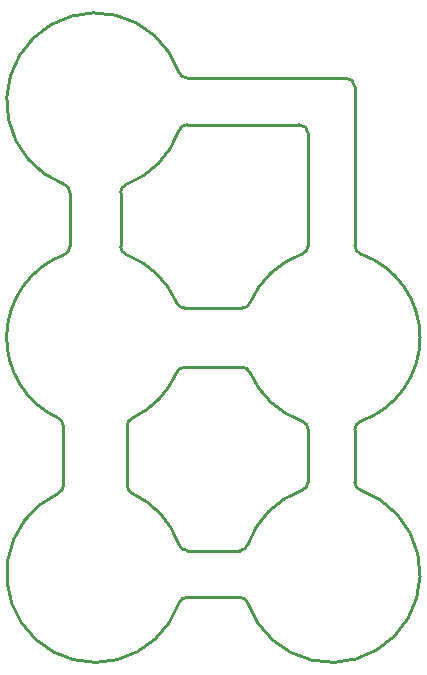
<source format=gbr>
%TF.GenerationSoftware,KiCad,Pcbnew,9.0.1*%
%TF.CreationDate,2025-04-11T17:48:53-04:00*%
%TF.ProjectId,IngestibleCapsule-Board_v2,496e6765-7374-4696-926c-654361707375,rev?*%
%TF.SameCoordinates,Original*%
%TF.FileFunction,Profile,NP*%
%FSLAX46Y46*%
G04 Gerber Fmt 4.6, Leading zero omitted, Abs format (unit mm)*
G04 Created by KiCad (PCBNEW 9.0.1) date 2025-04-11 17:48:53*
%MOMM*%
%LPD*%
G01*
G04 APERTURE LIST*
%TA.AperFunction,Profile*%
%ADD10C,0.250000*%
%TD*%
G04 APERTURE END LIST*
D10*
X87363636Y-87021366D02*
G75*
G02*
X97079062Y-77522727I2636364J7021366D01*
G01*
X111975000Y-107787000D02*
X111975000Y-112213032D01*
X108025000Y-112213000D02*
G75*
G02*
X107522717Y-112920910I-750000J0D01*
G01*
X97079062Y-122477273D02*
G75*
G02*
X86863636Y-113187275I-7079062J2477273D01*
G01*
X92636364Y-92978634D02*
G75*
G02*
X92150003Y-92276500I263636J702134D01*
G01*
X112477273Y-92920938D02*
G75*
G02*
X111975064Y-92213032I247727J707838D01*
G01*
X107522727Y-107079062D02*
G75*
G02*
X108024936Y-107786968I-247727J-707838D01*
G01*
X97582900Y-97500000D02*
G75*
G02*
X96893544Y-97045446I0J750000D01*
G01*
X112477273Y-112920938D02*
G75*
G02*
X111975064Y-112213032I247727J707838D01*
G01*
X97582875Y-102500000D02*
X102417100Y-102500000D01*
X102920938Y-117522727D02*
G75*
G02*
X107522727Y-112920938I7079062J-2477273D01*
G01*
X112477273Y-112920938D02*
G75*
G02*
X102920938Y-122477273I-2477273J-7079062D01*
G01*
X103106477Y-97045455D02*
G75*
G02*
X107522727Y-92920938I6893523J-2954545D01*
G01*
X97787000Y-118025000D02*
X102213032Y-118025000D01*
X108025000Y-92213000D02*
G75*
G02*
X107522717Y-92920910I-750000J0D01*
G01*
X96893523Y-102954545D02*
G75*
G02*
X93136364Y-106812725I-6893523J2954545D01*
G01*
X92700000Y-107494000D02*
G75*
G02*
X93136365Y-106812727I750000J0D01*
G01*
X93136364Y-113187275D02*
G75*
G02*
X92699998Y-112506000I313636J681275D01*
G01*
X92700000Y-107494000D02*
X92700000Y-112506000D01*
X103106477Y-97045455D02*
G75*
G02*
X102417125Y-97499931I-689277J295455D01*
G01*
X97786968Y-121975000D02*
X102213000Y-121975000D01*
X97787000Y-118025000D02*
G75*
G02*
X97079090Y-117522717I0J750000D01*
G01*
X97079062Y-82477273D02*
G75*
G02*
X92636364Y-87021366I-7079062J2477273D01*
G01*
X111975000Y-92213032D02*
X111975000Y-78775000D01*
X97786968Y-81975000D02*
X107275000Y-81975000D01*
X93136364Y-113187275D02*
G75*
G02*
X97079062Y-117522727I-3136364J-6812725D01*
G01*
X92150000Y-87723500D02*
G75*
G02*
X92636363Y-87021364I750000J0D01*
G01*
X86863636Y-106812725D02*
G75*
G02*
X87363636Y-92978634I3136364J6812725D01*
G01*
X87850000Y-87723500D02*
X87850000Y-92276500D01*
X97787000Y-78025000D02*
X111225000Y-78025000D01*
X97582900Y-97500000D02*
X102417125Y-97500000D01*
X97787000Y-78025000D02*
G75*
G02*
X97079090Y-77522717I0J750000D01*
G01*
X102213000Y-121975000D02*
G75*
G02*
X102920910Y-122477283I0J-750000D01*
G01*
X112477273Y-92920938D02*
G75*
G02*
X112477273Y-107079062I-2477273J-7079062D01*
G01*
X87300000Y-107494000D02*
X87300000Y-112506000D01*
X107522727Y-107079062D02*
G75*
G02*
X103106477Y-102954545I2477273J7079062D01*
G01*
X111225000Y-78025000D02*
G75*
G02*
X111975000Y-78775000I0J-750000D01*
G01*
X107275000Y-81975000D02*
G75*
G02*
X108025000Y-82725000I0J-750000D01*
G01*
X92636364Y-92978634D02*
G75*
G02*
X96893523Y-97045455I-2636364J-7021366D01*
G01*
X97079062Y-82477273D02*
G75*
G02*
X97786968Y-81975064I707838J-247727D01*
G01*
X111975000Y-107787000D02*
G75*
G02*
X112477283Y-107079090I750000J0D01*
G01*
X108025000Y-92213000D02*
X108025000Y-82725000D01*
X87300000Y-112506000D02*
G75*
G02*
X86863635Y-113187273I-750000J0D01*
G01*
X102417100Y-102500000D02*
G75*
G02*
X103106456Y-102954554I0J-750000D01*
G01*
X87363636Y-87021366D02*
G75*
G02*
X87849997Y-87723500I-263636J-702134D01*
G01*
X96893523Y-102954545D02*
G75*
G02*
X97582875Y-102500069I689277J-295455D01*
G01*
X97079062Y-122477273D02*
G75*
G02*
X97786968Y-121975064I707838J-247727D01*
G01*
X108025000Y-107786968D02*
X108025000Y-112213000D01*
X86863636Y-106812725D02*
G75*
G02*
X87300002Y-107494000I-313636J-681275D01*
G01*
X102920938Y-117522727D02*
G75*
G02*
X102213032Y-118024936I-707838J247727D01*
G01*
X87850000Y-92276500D02*
G75*
G02*
X87363637Y-92978636I-750000J0D01*
G01*
X92150000Y-87723500D02*
X92150000Y-92276500D01*
M02*

</source>
